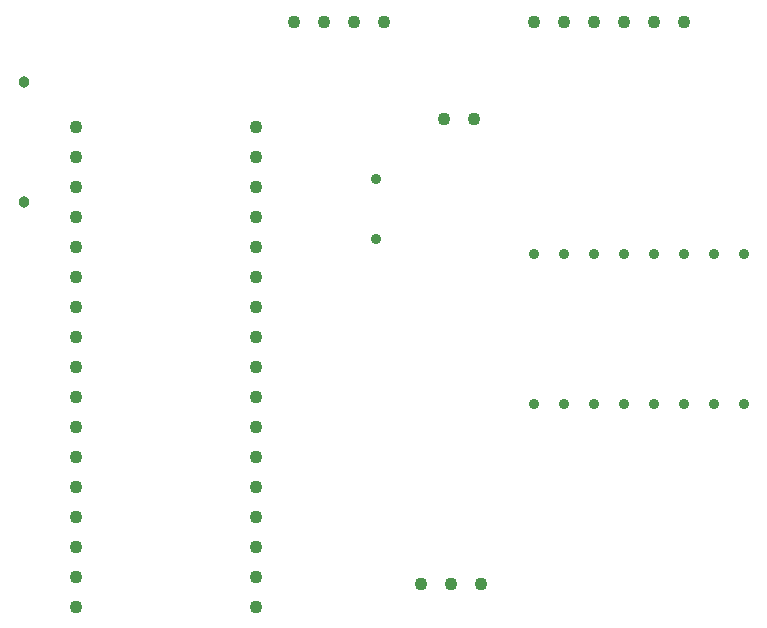
<source format=gbr>
%TF.GenerationSoftware,Novarm,DipTrace,3.2.0.1*%
%TF.CreationDate,2018-02-07T16:10:38+00:00*%
%FSLAX35Y35*%
%MOMM*%
%TF.FileFunction,Plated,1,2,PTH,Drill*%
%TF.Part,Single*%
%TA.AperFunction,ComponentDrill*%
%ADD39C,1.1*%
%ADD40C,0.9*%
%ADD41C,0.96533*%
%ADD42C,0.965*%
G75*
G01*
D40*
X4556000Y5127500D3*
Y5635500D3*
D39*
X7159500Y6969000D3*
X6905500D3*
X6651500D3*
X6397500D3*
X6143500D3*
X5889500D3*
X4619500D3*
X4365500D3*
X5127500Y6143500D3*
X5381500D3*
X4937000Y2206500D3*
X5191000D3*
X5445000D3*
X4111500Y6969000D3*
X3857500D3*
D41*
X1571500Y6461000D3*
D42*
Y5445000D3*
D39*
X3540000Y6080000D3*
Y5826000D3*
Y5572000D3*
Y5318000D3*
Y5064000D3*
Y4810000D3*
Y4556000D3*
Y4302000D3*
Y4048000D3*
Y3794000D3*
Y3540000D3*
X2016000Y2778000D3*
Y3032000D3*
X3540000Y2778000D3*
Y2524000D3*
Y2270000D3*
Y2016000D3*
X2016000D3*
Y2270000D3*
Y2524000D3*
X3540000Y3286000D3*
Y3032000D3*
X2016000Y3286000D3*
Y3540000D3*
Y3794000D3*
Y4048000D3*
Y4302000D3*
Y4556000D3*
Y4810000D3*
Y5064000D3*
Y5318000D3*
Y5572000D3*
Y5826000D3*
Y6080000D3*
D40*
X5889500Y3730500D3*
X6143500D3*
X6397500D3*
X6651500D3*
X6905500D3*
X7159500D3*
X7413500D3*
X7667500D3*
X5889500Y5000500D3*
X6143500D3*
X6397500D3*
X6651500D3*
X6905500D3*
X7159500D3*
X7413500D3*
X7667500D3*
M02*

</source>
